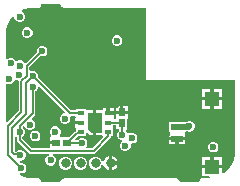
<source format=gbl>
%TF.GenerationSoftware,Altium Limited,Altium Designer,24.5.2 (23)*%
G04 Layer_Physical_Order=4*
G04 Layer_Color=16711680*
%FSLAX45Y45*%
%MOMM*%
%TF.SameCoordinates,A44132E1-8554-4EB8-AD62-5007B9A5CA4B*%
%TF.FilePolarity,Positive*%
%TF.FileFunction,Copper,L4,Bot,Signal*%
%TF.Part,Single*%
G01*
G75*
%TA.AperFunction,SMDPad,CuDef*%
%ADD14R,0.62000X0.70000*%
%ADD15R,0.70000X0.62000*%
%TA.AperFunction,Conductor*%
%ADD23C,0.15000*%
%ADD24C,0.50000*%
%TA.AperFunction,ComponentPad*%
%ADD25C,0.80000*%
%TA.AperFunction,ViaPad*%
%ADD26C,0.60000*%
%ADD27C,0.50000*%
%TA.AperFunction,SMDPad,CuDef*%
%ADD28R,0.55000X0.40000*%
%AMCUSTOMSHAPE29*
4,1,5,-0.32500,-0.85000,-0.62500,-0.55000,-0.62500,0.85000,0.62500,0.85000,0.62500,-0.85000,-0.32500,-0.85000,0.0*%
%ADD29CUSTOMSHAPE29*%

%ADD30R,1.00000X0.55000*%
%ADD31R,1.30000X1.26000*%
G36*
X1000444Y1485984D02*
X1010367Y1479353D01*
X1028746Y1471741D01*
X1040451Y1469412D01*
X1714500D01*
Y863600D01*
X2469413D01*
X2469414Y250000D01*
X2469413Y228390D01*
X2460981Y186000D01*
X2444441Y146068D01*
X2420429Y110132D01*
X2389867Y79570D01*
X2374515Y69312D01*
X2363315Y75299D01*
Y111477D01*
X2278315D01*
X2193315D01*
Y43477D01*
X2254370D01*
X2259999Y30777D01*
X2259827Y30587D01*
X2200404Y30587D01*
X2188698Y28259D01*
X2178775Y21629D01*
X2172144Y11705D01*
X2169816Y0D01*
X2013573D01*
X1999556Y14016D01*
X1989633Y20647D01*
X1971254Y28260D01*
X1959549Y30588D01*
X1040452D01*
X1028746Y28260D01*
X1010367Y20647D01*
X1000444Y14016D01*
X986428Y0D01*
X830988D01*
X828660Y11704D01*
X822029Y21628D01*
X812106Y28258D01*
X800400Y30586D01*
X750000D01*
X728389Y30587D01*
X686000Y39018D01*
X647803Y54840D01*
X645348Y58081D01*
X649331Y65405D01*
X652782Y69300D01*
X669351D01*
X685890Y76151D01*
X698549Y88810D01*
X705400Y105349D01*
Y123251D01*
X698549Y139790D01*
X685890Y152449D01*
X669351Y159300D01*
X651664D01*
X647811Y163081D01*
X645358Y165631D01*
X651714Y177331D01*
X663607D01*
X680146Y184182D01*
X692805Y196841D01*
X699656Y213380D01*
Y231282D01*
X692805Y247822D01*
X680146Y260480D01*
X663607Y267331D01*
X645705D01*
X629165Y260480D01*
X622567Y253882D01*
X614278D01*
X605448Y262712D01*
Y378278D01*
X616838Y383384D01*
X625999Y376740D01*
Y353724D01*
X627746Y344945D01*
X632718Y337502D01*
X728314Y241907D01*
X735756Y236934D01*
X744535Y235187D01*
X896090D01*
X898616Y222487D01*
X886615Y217516D01*
X873956Y204858D01*
X867105Y188318D01*
Y170416D01*
X873956Y153877D01*
X886615Y141218D01*
X903154Y134367D01*
X921056D01*
X937596Y141218D01*
X950254Y153877D01*
X957105Y170416D01*
Y188318D01*
X950254Y204858D01*
X937596Y217516D01*
X925594Y222487D01*
X928120Y235187D01*
X1273812D01*
X1282591Y236934D01*
X1290033Y241907D01*
X1414622Y366495D01*
X1419594Y373937D01*
X1421341Y382716D01*
Y384100D01*
X1440900D01*
Y454100D01*
X1440900D01*
Y463461D01*
X1442447Y476160D01*
X1465300D01*
Y443000D01*
X1485880D01*
X1487332Y430300D01*
X1480576Y423543D01*
X1473725Y407004D01*
Y389102D01*
X1480576Y372563D01*
X1493234Y359904D01*
X1509774Y353053D01*
X1511703D01*
X1511761Y352967D01*
X1515597Y340353D01*
X1505669Y330426D01*
X1498818Y313886D01*
Y295984D01*
X1505669Y279445D01*
X1518328Y266786D01*
X1534867Y259935D01*
X1552769D01*
X1569309Y266786D01*
X1581967Y279445D01*
X1588818Y295984D01*
Y311567D01*
X1589417Y314459D01*
X1598665Y323300D01*
X1609151D01*
X1625690Y330151D01*
X1638349Y342810D01*
X1645200Y359349D01*
Y377251D01*
X1638349Y393790D01*
X1625690Y406449D01*
X1609151Y413300D01*
X1591249D01*
X1576370Y407137D01*
X1573061Y407102D01*
X1561844Y411544D01*
X1556874Y423543D01*
X1550117Y430300D01*
X1555378Y443000D01*
X1557299D01*
Y530000D01*
X1562299D01*
Y570000D01*
X1511300D01*
X1460300D01*
Y534017D01*
X1451496Y527231D01*
X1445803Y538881D01*
X1445900Y539101D01*
X1445900D01*
X1445900Y539101D01*
Y564100D01*
X1398400D01*
Y579100D01*
X1383400D01*
Y619100D01*
X1350900D01*
Y608596D01*
X1345900Y604492D01*
X1298400D01*
Y499100D01*
Y393708D01*
X1345900D01*
X1353557Y386352D01*
X1355068Y371827D01*
X1264309Y281069D01*
X1214930D01*
X1209670Y293769D01*
X1215328Y299426D01*
X1222178Y315966D01*
Y333868D01*
X1215328Y350407D01*
X1202669Y363066D01*
X1186129Y369917D01*
X1168228D01*
X1151688Y363066D01*
X1139029Y350407D01*
X1137973Y347857D01*
X1119994D01*
X1115134Y359591D01*
X1139643Y384100D01*
X1210900D01*
Y408668D01*
X1222633Y413529D01*
X1236480Y399681D01*
X1236481Y399681D01*
X1243096Y395260D01*
X1250900Y393708D01*
X1268400D01*
Y499100D01*
Y604492D01*
X1220900D01*
X1210900Y614100D01*
Y614100D01*
X1125900D01*
Y602041D01*
X1084359D01*
X805110Y881289D01*
X806166Y883839D01*
Y901741D01*
X799315Y918281D01*
X786657Y930939D01*
X770117Y937790D01*
X752215D01*
X744307Y934514D01*
X731607Y943000D01*
Y965864D01*
X826699Y1060956D01*
X829249Y1059900D01*
X847151D01*
X863690Y1066751D01*
X876349Y1079410D01*
X883200Y1095949D01*
Y1113851D01*
X876349Y1130390D01*
X863690Y1143049D01*
X847151Y1149900D01*
X829249D01*
X812710Y1143049D01*
X800051Y1130390D01*
X793200Y1113851D01*
Y1095949D01*
X794256Y1093399D01*
X701951Y1001094D01*
X689495Y1003572D01*
X687961Y1007276D01*
X675302Y1019934D01*
X658763Y1026785D01*
X640861D01*
X625769Y1020534D01*
X624321Y1019934D01*
X611280Y1024853D01*
X609649Y1028790D01*
X596990Y1041449D01*
X580451Y1048300D01*
X562549D01*
X546010Y1041449D01*
X543287Y1038726D01*
X530586Y1043986D01*
Y1250000D01*
X530587Y1271610D01*
X539018Y1314000D01*
X555559Y1353932D01*
X579571Y1389868D01*
X590000Y1400297D01*
X602700Y1395037D01*
Y1388049D01*
X609551Y1371510D01*
X622210Y1358851D01*
X638749Y1352000D01*
X656651D01*
X673190Y1358851D01*
X685849Y1371510D01*
X692700Y1388049D01*
Y1405951D01*
X685849Y1422490D01*
X673190Y1435149D01*
X665006Y1438539D01*
Y1452286D01*
X686000Y1460981D01*
X728390Y1469413D01*
X799597D01*
X811302Y1471742D01*
X821225Y1478372D01*
X827856Y1488296D01*
X830184Y1500000D01*
X986428D01*
X1000444Y1485984D01*
D02*
G37*
G36*
X619511Y862808D02*
X630165Y858395D01*
X634096Y856766D01*
X639931Y847344D01*
Y599575D01*
X542320Y501965D01*
X530587Y506825D01*
X530586Y823932D01*
X543287Y831703D01*
X553206Y827595D01*
X571108D01*
X587647Y834446D01*
X600306Y847104D01*
X604934Y858279D01*
X616176Y863034D01*
X619511Y862808D01*
D02*
G37*
G36*
X1030719Y590795D02*
X1025458Y578095D01*
X1024096D01*
X1007556Y571244D01*
X994898Y558585D01*
X988047Y542046D01*
Y524144D01*
X994898Y507604D01*
X1007556Y494946D01*
X1024096Y488095D01*
X1041998D01*
X1058537Y494946D01*
X1071196Y507604D01*
X1078047Y524144D01*
Y542046D01*
X1077461Y543459D01*
X1085947Y556160D01*
X1116796D01*
X1124286Y546720D01*
X1120900Y539100D01*
X1120900D01*
X1120900Y539099D01*
Y514100D01*
X1168400D01*
Y484100D01*
X1120900D01*
Y459100D01*
X1120900D01*
X1125900Y454100D01*
Y429538D01*
X1121862Y428734D01*
X1114419Y423761D01*
X1114419Y423761D01*
X1066858Y376200D01*
X1012300D01*
Y381200D01*
X991874D01*
X986613Y393900D01*
X989224Y396511D01*
X996075Y413051D01*
Y430953D01*
X989224Y447492D01*
X976566Y460151D01*
X960026Y467002D01*
X942124D01*
X925585Y460151D01*
X912926Y447492D01*
X906075Y430953D01*
Y413051D01*
X912926Y396511D01*
X915538Y393900D01*
X910277Y381200D01*
X902300D01*
Y345200D01*
X957300D01*
Y315200D01*
X902300D01*
Y281069D01*
X754038D01*
X671880Y363226D01*
Y379126D01*
X674430Y380182D01*
X687089Y392840D01*
X693940Y409380D01*
Y427282D01*
X687089Y443821D01*
X674430Y456480D01*
X680017Y467486D01*
X680361Y467831D01*
X695342Y464851D01*
X698618Y456942D01*
X711276Y444284D01*
X727816Y437433D01*
X745718D01*
X762257Y444284D01*
X774916Y456942D01*
X781767Y473482D01*
Y491384D01*
X774916Y507923D01*
X762257Y520582D01*
X754349Y523858D01*
X751369Y538838D01*
X774604Y562073D01*
X779577Y569516D01*
X781323Y578295D01*
Y764512D01*
X783873Y765568D01*
X796532Y778227D01*
X803382Y794767D01*
Y800170D01*
X816082Y805431D01*
X1030719Y590795D01*
D02*
G37*
%LPC*%
G36*
X721431Y1306344D02*
X703529D01*
X686989Y1299493D01*
X674331Y1286835D01*
X667480Y1270295D01*
Y1252393D01*
X674331Y1235854D01*
X686989Y1223195D01*
X703529Y1216345D01*
X721431D01*
X737970Y1223195D01*
X750629Y1235854D01*
X757480Y1252393D01*
Y1270295D01*
X750629Y1286835D01*
X737970Y1299493D01*
X721431Y1306344D01*
D02*
G37*
G36*
X1482151Y1238800D02*
X1464249D01*
X1447710Y1231949D01*
X1435051Y1219290D01*
X1428200Y1202751D01*
Y1184849D01*
X1435051Y1168310D01*
X1447710Y1155651D01*
X1464249Y1148800D01*
X1482151D01*
X1498690Y1155651D01*
X1511349Y1168310D01*
X1518200Y1184849D01*
Y1202751D01*
X1511349Y1219290D01*
X1498690Y1231949D01*
X1482151Y1238800D01*
D02*
G37*
G36*
X2363315Y784477D02*
X2293315D01*
Y716477D01*
X2363315D01*
Y784477D01*
D02*
G37*
G36*
X2263315D02*
X2193315D01*
Y716477D01*
X2263315D01*
Y784477D01*
D02*
G37*
G36*
X2363315Y686477D02*
X2293315D01*
Y618477D01*
X2363315D01*
Y686477D01*
D02*
G37*
G36*
X2263315D02*
X2193315D01*
Y618477D01*
X2263315D01*
Y686477D01*
D02*
G37*
G36*
X1562299Y640000D02*
X1526300D01*
Y600000D01*
X1562299D01*
Y640000D01*
D02*
G37*
G36*
X1496300D02*
X1460300D01*
Y600000D01*
X1496300D01*
Y640000D01*
D02*
G37*
G36*
X1445900Y619100D02*
X1413400D01*
Y594100D01*
X1445900D01*
Y619100D01*
D02*
G37*
G36*
X2093791Y512893D02*
X2075889D01*
X2061091Y506763D01*
X2014094D01*
X2014092Y506764D01*
X2012652Y506477D01*
X1914315D01*
Y424177D01*
X1914314Y422106D01*
X1909314Y411477D01*
X1909315Y410848D01*
Y378977D01*
X1979315D01*
X2049314D01*
Y410848D01*
X2049315Y411477D01*
X2048835Y412496D01*
X2056896Y425196D01*
X2070329D01*
X2075889Y422893D01*
X2093791D01*
X2110331Y429744D01*
X2122989Y442402D01*
X2129840Y458942D01*
Y476844D01*
X2122989Y493383D01*
X2110331Y506042D01*
X2093791Y512893D01*
D02*
G37*
G36*
X2049314Y348977D02*
X1994315D01*
Y316477D01*
X2049314D01*
Y348977D01*
D02*
G37*
G36*
X1964315D02*
X1909315D01*
Y316477D01*
X1964315D01*
Y348977D01*
D02*
G37*
G36*
X2295708Y337265D02*
X2277806D01*
X2261266Y330414D01*
X2248608Y317755D01*
X2241757Y301216D01*
Y283314D01*
X2248608Y266774D01*
X2261266Y254116D01*
X2277806Y247265D01*
X2295708D01*
X2312247Y254116D01*
X2324906Y266774D01*
X2331757Y283314D01*
Y301216D01*
X2324906Y317755D01*
X2312247Y330414D01*
X2295708Y337265D01*
D02*
G37*
G36*
X1432734Y214536D02*
Y170806D01*
X1476464D01*
X1468600Y189793D01*
X1451722Y206671D01*
X1432734Y214536D01*
D02*
G37*
G36*
X1402734D02*
X1383747Y206671D01*
X1366869Y189793D01*
X1357734Y167741D01*
X1345734Y166746D01*
X1337361Y186961D01*
X1321889Y202432D01*
X1301674Y210806D01*
X1279794D01*
X1259579Y202432D01*
X1244108Y186961D01*
X1235734Y166746D01*
Y144866D01*
X1244108Y124651D01*
X1259579Y109179D01*
X1279794Y100806D01*
X1301674D01*
X1321889Y109179D01*
X1337361Y124651D01*
X1345734Y144865D01*
X1357734Y143871D01*
X1366869Y121818D01*
X1383747Y104940D01*
X1402734Y97075D01*
Y155806D01*
Y214536D01*
D02*
G37*
G36*
X2363315Y209477D02*
X2293315D01*
Y141477D01*
X2363315D01*
Y209477D01*
D02*
G37*
G36*
X2263315D02*
X2193315D01*
Y141477D01*
X2263315D01*
Y209477D01*
D02*
G37*
G36*
X1174674Y210806D02*
X1152794D01*
X1132579Y202432D01*
X1117108Y186961D01*
X1108734Y166746D01*
Y144866D01*
X1117108Y124651D01*
X1132579Y109179D01*
X1152794Y100806D01*
X1174674D01*
X1194889Y109179D01*
X1210361Y124651D01*
X1218734Y144866D01*
Y166746D01*
X1210361Y186961D01*
X1194889Y202432D01*
X1174674Y210806D01*
D02*
G37*
G36*
X1047674D02*
X1025794D01*
X1005579Y202432D01*
X990108Y186961D01*
X981734Y166746D01*
Y144866D01*
X990108Y124651D01*
X1005579Y109179D01*
X1025794Y100806D01*
X1047674D01*
X1067889Y109179D01*
X1083361Y124651D01*
X1091734Y144866D01*
Y166746D01*
X1083361Y186961D01*
X1067889Y202432D01*
X1047674Y210806D01*
D02*
G37*
G36*
X1476464Y140806D02*
X1432734D01*
Y97075D01*
X1451722Y104940D01*
X1468600Y121818D01*
X1476464Y140806D01*
D02*
G37*
G36*
X787527Y430798D02*
X769625D01*
X753085Y423948D01*
X740427Y411289D01*
X733576Y394750D01*
Y376848D01*
X740427Y360308D01*
X753085Y347650D01*
X769625Y340799D01*
X787527D01*
X804066Y347650D01*
X816725Y360308D01*
X823576Y376848D01*
Y394750D01*
X816725Y411289D01*
X804066Y423948D01*
X787527Y430798D01*
D02*
G37*
%LPD*%
D14*
X1511299Y493000D02*
D03*
Y585000D02*
D03*
D15*
X1049300Y330200D02*
D03*
X957300D02*
D03*
D23*
X1273812Y258128D02*
X1398400Y382716D01*
Y419100D01*
X744535Y258128D02*
X1273812D01*
X648940Y353724D02*
X744535Y258128D01*
X648940Y353724D02*
Y418331D01*
Y468852D01*
X546100Y473302D02*
X662871Y590073D01*
Y847345D01*
X546100Y228600D02*
Y473302D01*
X582508Y388933D02*
Y455163D01*
X701322Y573978D02*
Y832946D01*
X582508Y455163D02*
X701322Y573978D01*
X758383Y578295D02*
Y803717D01*
X648940Y468852D02*
X758383Y578295D01*
X546100Y228600D02*
X660400Y114300D01*
X582508Y388933D02*
X582508Y388932D01*
X646046Y230941D02*
X654656Y222331D01*
X604776Y230941D02*
X646046D01*
X582508Y253209D02*
X604776Y230941D01*
X582508Y253209D02*
Y388932D01*
X662871Y847345D02*
X708666Y893139D01*
X701322Y832946D02*
X761166Y892790D01*
X1062983Y338734D02*
X1076800Y324917D01*
X1062983Y338734D02*
Y339882D01*
X1076800Y324917D02*
X1177178D01*
X1074856Y579100D02*
X1168400D01*
X761166Y892790D02*
X1074856Y579100D01*
X1062983Y339882D02*
X1076800Y353700D01*
X1076800D01*
X1130641Y407540D02*
X1156840D01*
X1076800Y353700D02*
X1130641Y407540D01*
X1156840D02*
X1168400Y419100D01*
X708666Y975366D02*
X838200Y1104900D01*
X708666Y893139D02*
Y975366D01*
X1511299Y405478D02*
X1518725Y398053D01*
X1511299Y405478D02*
Y493000D01*
X1398400Y499100D02*
X1505199D01*
X1511299Y493000D01*
D24*
X2014092Y465980D02*
X2082927D01*
X2012090Y463977D02*
X2014092Y465980D01*
X2082927D02*
X2084840Y467893D01*
D25*
X1417734Y155806D02*
D03*
X1290734D02*
D03*
X1163734D02*
D03*
X1036734D02*
D03*
D26*
X1067269Y455053D02*
D03*
X1033047Y533095D02*
D03*
X1279031Y361980D02*
D03*
X859777Y310628D02*
D03*
X564500Y598541D02*
D03*
X736767Y482433D02*
D03*
X778576Y385799D02*
D03*
X864074Y393321D02*
D03*
X648940Y418331D02*
D03*
X912105Y179367D02*
D03*
X654656Y222331D02*
D03*
X660400Y114300D02*
D03*
X758383Y803717D02*
D03*
X929618Y98035D02*
D03*
X1177178Y324917D02*
D03*
X951075Y422002D02*
D03*
X1465997Y648201D02*
D03*
X649812Y981785D02*
D03*
X562157Y872595D02*
D03*
X1518725Y398053D02*
D03*
X647700Y1397000D02*
D03*
X694800Y1118287D02*
D03*
X643047Y901767D02*
D03*
X2286757Y292265D02*
D03*
X2084840Y467893D02*
D03*
X571500Y1003300D02*
D03*
X1600200Y368300D02*
D03*
X1904851Y244445D02*
D03*
X1510413Y71558D02*
D03*
X1612900Y787400D02*
D03*
X1735000Y830735D02*
D03*
X1895515Y406080D02*
D03*
X2026512Y566623D02*
D03*
X761166Y892790D02*
D03*
X1543818Y304935D02*
D03*
X915433Y1423025D02*
D03*
X813833D02*
D03*
X1067833Y1435725D02*
D03*
X1169433D02*
D03*
X1417281Y1403761D02*
D03*
X1835000Y830779D02*
D03*
X1678221Y935056D02*
D03*
X1678177Y1035056D02*
D03*
X1678133Y1135056D02*
D03*
X1676401Y1224291D02*
D03*
X1678000Y1435056D02*
D03*
X1935000Y830823D02*
D03*
X2035000Y830868D02*
D03*
X2135000Y830912D02*
D03*
X2235000Y830956D02*
D03*
X2335000Y831000D02*
D03*
X2435000Y831044D02*
D03*
X712480Y1261344D02*
D03*
X1473200Y1193800D02*
D03*
X838200Y1104900D02*
D03*
D27*
X1199196Y975787D02*
D03*
Y865787D02*
D03*
Y755787D02*
D03*
X1089196Y975787D02*
D03*
Y865787D02*
D03*
Y755787D02*
D03*
X979196Y975787D02*
D03*
Y865787D02*
D03*
Y755787D02*
D03*
D28*
X1168400Y419100D02*
D03*
X1398400D02*
D03*
X1168400Y499100D02*
D03*
X1398400D02*
D03*
X1168400Y579100D02*
D03*
X1398400D02*
D03*
D29*
X1283400Y499100D02*
D03*
D30*
X1979315Y463977D02*
D03*
Y363977D02*
D03*
D31*
X2278315Y701477D02*
D03*
Y126477D02*
D03*
%TF.MD5,eb094198639399337c03357b593f76dd*%
M02*

</source>
